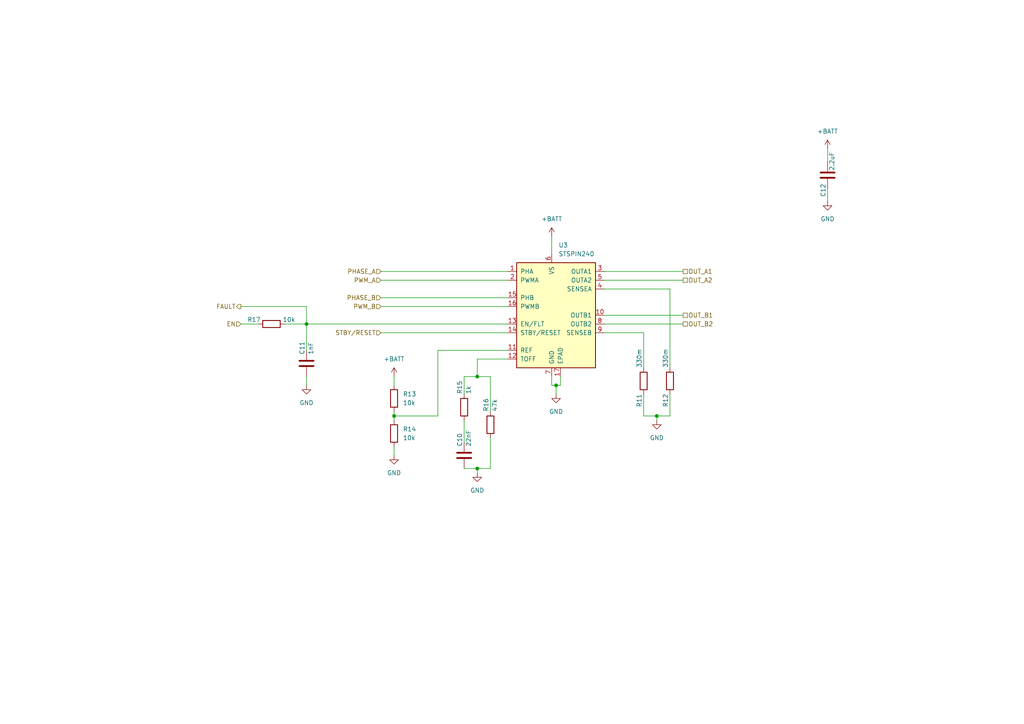
<source format=kicad_sch>
(kicad_sch (version 20230121) (generator eeschema)
  (paper "A4")
  (lib_symbols
    (symbol "Device:C" (pin_numbers hide) (pin_names (offset 0.254))
      (property "Reference" "C" (at 0.635 2.54 0))
      (property "Value" "C" (at 0.635 -2.54 0))
      (symbol "C_0_1"
        (polyline (pts (xy -2.032 -0.762) (xy 2.032 -0.762)) (stroke (width 0.508)))
        (polyline (pts (xy -2.032 0.762) (xy 2.032 0.762)) (stroke (width 0.508)))
      )
      (symbol "C_1_1"
        (pin passive line (at 0 3.81 270) (length 2.794) (name "~") (number "1"))
        (pin passive line (at 0 -3.81 90) (length 2.794) (name "~") (number "2"))
      )
    )
    (symbol "Device:R" (pin_numbers hide) (pin_names (offset 0))
      (property "Reference" "R" (at 2.032 0 90))
      (property "Value" "R" (at 0 0 90))
      (symbol "R_0_1"
        (rectangle (start -1.016 -2.54) (end 1.016 2.54) (stroke (width 0.254)))
      )
      (symbol "R_1_1"
        (pin passive line (at 0 3.81 270) (length 1.27) (name "~") (number "1"))
        (pin passive line (at 0 -3.81 90) (length 1.27) (name "~") (number "2"))
      )
    )
    (symbol "Driver_Motor:STSPIN240" (pin_names (offset 1.016))
      (property "Reference" "U" (at -10.16 16.51 0))
      (property "Value" "STSPIN240" (at 5.08 16.51 0))
      (symbol "STSPIN240_0_1"
        (rectangle (start -10.16 15.24) (end 12.7 -15.24) (stroke (width 0.254)) (fill (type background)))
      )
      (symbol "STSPIN240_1_1"
        (pin input line (at -12.7 12.7 0) (length 2.54) (name "PHA") (number "1"))
        (pin power_out line (at 15.24 0 180) (length 2.54) (name "OUTB1") (number "10"))
        (pin input line (at -12.7 -10.16 0) (length 2.54) (name "REF") (number "11"))
        (pin input line (at -12.7 -12.7 0) (length 2.54) (name "TOFF") (number "12"))
        (pin bidirectional line (at -12.7 -2.54 0) (length 2.54) (name "EN/FLT") (number "13"))
        (pin input line (at -12.7 -5.08 0) (length 2.54) (name "STBY/RESET") (number "14"))
        (pin input line (at -12.7 5.08 0) (length 2.54) (name "PHB") (number "15"))
        (pin input line (at -12.7 2.54 0) (length 2.54) (name "PWMB") (number "16"))
        (pin power_in line (at 2.54 -17.78 90) (length 2.54) (name "EPAD") (number "17"))
        (pin input line (at -12.7 10.16 0) (length 2.54) (name "PWMA") (number "2"))
        (pin power_out line (at 15.24 12.7 180) (length 2.54) (name "OUTA1") (number "3"))
        (pin power_out line (at 15.24 7.62 180) (length 2.54) (name "SENSEA") (number "4"))
        (pin power_out line (at 15.24 10.16 180) (length 2.54) (name "OUTA2") (number "5"))
        (pin power_in line (at 0 17.78 270) (length 2.54) (name "VS") (number "6"))
        (pin power_in line (at 0 -17.78 90) (length 2.54) (name "GND") (number "7"))
        (pin power_out line (at 15.24 -2.54 180) (length 2.54) (name "OUTB2") (number "8"))
        (pin power_out line (at 15.24 -5.08 180) (length 2.54) (name "SENSEB") (number "9"))
      )
    )
    (symbol "power:+BATT" (power) (pin_names (offset 0))
      (property "Value" "+BATT" (at 0 3.556 0))
      (symbol "+BATT_0_1"
        (polyline (pts (xy -0.762 1.27) (xy 0 2.54)))
        (polyline (pts (xy 0 0) (xy 0 2.54)))
        (polyline (pts (xy 0 2.54) (xy 0.762 1.27)))
      )
      (symbol "+BATT_1_1"
        (pin power_in line (at 0 0 90) (length 0) hide (name "+BATT") (number "1"))
      )
    )
    (symbol "power:GND" (power) (pin_names (offset 0))
      (property "Value" "GND" (at 0 -3.81 0))
      (symbol "GND_0_1"
        (polyline (pts (xy 0 0) (xy 0 -1.27) (xy 1.27 -1.27) (xy 0 -2.54) (xy -1.27 -1.27) (xy 0 -1.27)))
      )
      (symbol "GND_1_1"
        (pin power_in line (at 0 0 270) (length 0) hide (name "GND") (number "1"))
      )
    )
  )
  (junction (at 138.43 135.89))
  (junction (at 138.43 109.22))
  (junction (at 190.5 120.65))
  (junction (at 161.29 111.76))
  (junction (at 88.9 93.98))
  (junction (at 114.3 120.65))
  (wire (pts (xy 186.69 96.52) (xy 186.69 106.68)))
  (wire (pts (xy 88.9 93.98) (xy 88.9 101.6)))
  (wire (pts (xy 134.62 135.89) (xy 138.43 135.89)))
  (wire (pts (xy 142.24 135.89) (xy 138.43 135.89)))
  (wire (pts (xy 186.69 120.65) (xy 190.5 120.65)))
  (wire (pts (xy 110.49 78.74) (xy 147.32 78.74)))
  (wire (pts (xy 114.3 120.65) (xy 114.3 121.92)))
  (wire (pts (xy 160.02 109.22) (xy 160.02 111.76)))
  (wire (pts (xy 110.49 86.36) (xy 147.32 86.36)))
  (wire (pts (xy 190.5 120.65) (xy 190.5 121.92)))
  (wire (pts (xy 138.43 135.89) (xy 138.43 137.16)))
  (wire (pts (xy 134.62 109.22) (xy 134.62 114.3)))
  (wire (pts (xy 82.55 93.98) (xy 88.9 93.98)))
  (wire (pts (xy 142.24 127) (xy 142.24 135.89)))
  (wire (pts (xy 142.24 109.22) (xy 142.24 119.38)))
  (wire (pts (xy 138.43 109.22) (xy 138.43 104.14)))
  (wire (pts (xy 114.3 119.38) (xy 114.3 120.65)))
  (wire (pts (xy 175.26 93.98) (xy 198.12 93.98)))
  (wire (pts (xy 147.32 101.6) (xy 127 101.6)))
  (wire (pts (xy 127 120.65) (xy 114.3 120.65)))
  (wire (pts (xy 162.56 111.76) (xy 161.29 111.76)))
  (wire (pts (xy 160.02 68.58) (xy 160.02 73.66)))
  (wire (pts (xy 175.26 91.44) (xy 198.12 91.44)))
  (wire (pts (xy 160.02 111.76) (xy 161.29 111.76)))
  (wire (pts (xy 138.43 109.22) (xy 142.24 109.22)))
  (wire (pts (xy 114.3 129.54) (xy 114.3 132.08)))
  (wire (pts (xy 175.26 78.74) (xy 198.12 78.74)))
  (wire (pts (xy 186.69 114.3) (xy 186.69 120.65)))
  (wire (pts (xy 240.03 43.18) (xy 240.03 46.99)))
  (wire (pts (xy 127 101.6) (xy 127 120.65)))
  (wire (pts (xy 175.26 83.82) (xy 194.31 83.82)))
  (wire (pts (xy 175.26 96.52) (xy 186.69 96.52)))
  (wire (pts (xy 88.9 109.22) (xy 88.9 111.76)))
  (wire (pts (xy 69.85 88.9) (xy 88.9 88.9)))
  (wire (pts (xy 114.3 109.22) (xy 114.3 111.76)))
  (wire (pts (xy 110.49 96.52) (xy 147.32 96.52)))
  (wire (pts (xy 161.29 111.76) (xy 161.29 114.3)))
  (wire (pts (xy 162.56 109.22) (xy 162.56 111.76)))
  (wire (pts (xy 138.43 104.14) (xy 147.32 104.14)))
  (wire (pts (xy 194.31 114.3) (xy 194.31 120.65)))
  (wire (pts (xy 69.85 93.98) (xy 74.93 93.98)))
  (wire (pts (xy 110.49 81.28) (xy 147.32 81.28)))
  (wire (pts (xy 134.62 121.92) (xy 134.62 128.27)))
  (wire (pts (xy 194.31 83.82) (xy 194.31 106.68)))
  (wire (pts (xy 110.49 88.9) (xy 147.32 88.9)))
  (wire (pts (xy 88.9 88.9) (xy 88.9 93.98)))
  (wire (pts (xy 138.43 109.22) (xy 134.62 109.22)))
  (wire (pts (xy 194.31 120.65) (xy 190.5 120.65)))
  (wire (pts (xy 240.03 54.61) (xy 240.03 58.42)))
  (wire (pts (xy 175.26 81.28) (xy 198.12 81.28)))
  (wire (pts (xy 88.9 93.98) (xy 147.32 93.98)))
  (hierarchical_label "PHASE_A" (shape input) (at 110.49 78.74 180))
  (hierarchical_label "OUT_A2" (shape passive) (at 198.12 81.28 0))
  (hierarchical_label "PWM_A" (shape input) (at 110.49 81.28 180))
  (hierarchical_label "FAULT" (shape output) (at 69.85 88.9 180))
  (hierarchical_label "PHASE_B" (shape input) (at 110.49 86.36 180))
  (hierarchical_label "PWM_B" (shape input) (at 110.49 88.9 180))
  (hierarchical_label "OUT_B2" (shape passive) (at 198.12 93.98 0))
  (hierarchical_label "OUT_A1" (shape passive) (at 198.12 78.74 0))
  (hierarchical_label "OUT_B1" (shape passive) (at 198.12 91.44 0))
  (hierarchical_label "STBY{slash}RESET" (shape input) (at 110.49 96.52 180))
  (hierarchical_label "EN" (shape input) (at 69.85 93.98 180))
  (symbol (lib_id "power:GND") (at 138.43 137.16 0) (unit 1)
    (property "Reference" "#PWR020" (effects hide))
    (property "Value" "GND" (at 138.43 142.24 0))
  )
  (symbol (lib_id "Device:R") (at 186.69 110.49 0) (unit 1)
    (property "Reference" "R11" (at 185.42 118.11 90) (effects (justify left)))
    (property "Value" "330m" (at 185.42 106.68 90) (effects (justify left)))
    (property "Footprint" "Resistor_SMD:R_2512_6332Metric" (effects hide))
  )
  (symbol (lib_id "power:GND") (at 114.3 132.08 0) (unit 1)
    (property "Reference" "#PWR019" (effects hide))
    (property "Value" "GND" (at 114.3 137.16 0))
  )
  (symbol (lib_id "Device:R") (at 142.24 123.19 0) (unit 1)
    (property "Reference" "R16" (at 140.97 119.38 90) (effects (justify left)))
    (property "Value" "47k" (at 143.51 119.38 90) (effects (justify left)))
    (property "Footprint" "Resistor_SMD:R_0603_1608Metric" (effects hide))
  )
  (symbol (lib_id "Device:R") (at 114.3 125.73 0) (unit 1)
    (property "Reference" "R14" (at 116.84 124.46 0) (effects (justify left)))
    (property "Value" "10k" (at 116.84 127 0) (effects (justify left)))
    (property "Footprint" "Resistor_SMD:R_0603_1608Metric" (effects hide))
  )
  (symbol (lib_id "Device:R") (at 194.31 110.49 0) (unit 1)
    (property "Reference" "R12" (at 193.04 118.11 90) (effects (justify left)))
    (property "Value" "330m" (at 193.04 106.68 90) (effects (justify left)))
    (property "Footprint" "Resistor_SMD:R_2512_6332Metric" (effects hide))
  )
  (symbol (lib_id "power:+BATT") (at 240.03 43.18 0) (unit 1)
    (property "Reference" "#PWR022" (effects hide))
    (property "Value" "+BATT" (at 240.03 38.1 0))
  )
  (symbol (lib_id "power:+BATT") (at 114.3 109.22 0) (unit 1)
    (property "Reference" "#PWR018" (effects hide))
    (property "Value" "+BATT" (at 114.3 104.14 0))
  )
  (symbol (lib_id "power:GND") (at 88.9 111.76 0) (unit 1)
    (property "Reference" "#PWR021" (effects hide))
    (property "Value" "GND" (at 88.9 116.84 0))
  )
  (symbol (lib_id "power:+BATT") (at 160.02 68.58 0) (unit 1)
    (property "Reference" "#PWR016" (effects hide))
    (property "Value" "+BATT" (at 160.02 63.5 0))
  )
  (symbol (lib_id "Device:R") (at 78.74 93.98 90) (unit 1)
    (property "Reference" "R17" (at 73.66 92.71 90))
    (property "Value" "10k" (at 83.82 92.71 90))
    (property "Footprint" "Resistor_SMD:R_0603_1608Metric" (effects hide))
  )
  (symbol (lib_id "Device:R") (at 114.3 115.57 0) (unit 1)
    (property "Reference" "R13" (at 116.84 114.3 0) (effects (justify left)))
    (property "Value" "10k" (at 116.84 116.84 0) (effects (justify left)))
    (property "Footprint" "Resistor_SMD:R_0603_1608Metric" (effects hide))
  )
  (symbol (lib_id "Device:C") (at 134.62 132.08 0) (unit 1)
    (property "Reference" "C10" (at 133.35 129.54 90) (effects (justify left)))
    (property "Value" "22nF" (at 135.89 129.54 90) (effects (justify left)))
    (property "Footprint" "Capacitor_SMD:C_0603_1608Metric" (effects hide))
  )
  (symbol (lib_id "Device:C") (at 240.03 50.8 0) (unit 1)
    (property "Reference" "C12" (at 238.76 57.15 90) (effects (justify left)))
    (property "Value" "2.2uF" (at 241.3 49.53 90) (effects (justify left)))
    (property "Footprint" "Capacitor_SMD:C_0603_1608Metric" (effects hide))
  )
  (symbol (lib_id "Device:C") (at 88.9 105.41 0) (unit 1)
    (property "Reference" "C11" (at 87.63 102.87 90) (effects (justify left)))
    (property "Value" "1nF" (at 90.17 102.87 90) (effects (justify left)))
    (property "Footprint" "Capacitor_SMD:C_0603_1608Metric" (effects hide))
  )
  (symbol (lib_id "Device:R") (at 134.62 118.11 0) (unit 1)
    (property "Reference" "R15" (at 133.35 114.3 90) (effects (justify left)))
    (property "Value" "1k" (at 135.89 114.3 90) (effects (justify left)))
    (property "Footprint" "Resistor_SMD:R_0603_1608Metric" (effects hide))
  )
  (symbol (lib_id "power:GND") (at 190.5 121.92 0) (unit 1)
    (property "Reference" "#PWR017" (effects hide))
    (property "Value" "GND" (at 190.5 127 0))
  )
  (symbol (lib_id "power:GND") (at 240.03 58.42 0) (unit 1)
    (property "Reference" "#PWR023" (effects hide))
    (property "Value" "GND" (at 240.03 63.5 0))
  )
  (symbol (lib_id "Driver_Motor:STSPIN240") (at 160.02 91.44 0) (unit 1)
    (property "Reference" "U3" (at 161.9759 71.12 0) (effects (justify left)))
    (property "Value" "STSPIN240" (at 161.9759 73.66 0) (effects (justify left)))
    (property "Footprint" "Package_DFN_QFN:VQFN-16-1EP_3x3mm_P0.5mm_EP1.8x1.8mm" (effects hide))
    (property "Datasheet" "www.st.com/resource/en/datasheet/stspin240.pdf" (effects hide))
  )
  (symbol (lib_id "power:GND") (at 161.29 114.3 0) (unit 1)
    (property "Reference" "#PWR015" (effects hide))
    (property "Value" "GND" (at 161.29 119.38 0))
  )
)
</source>
